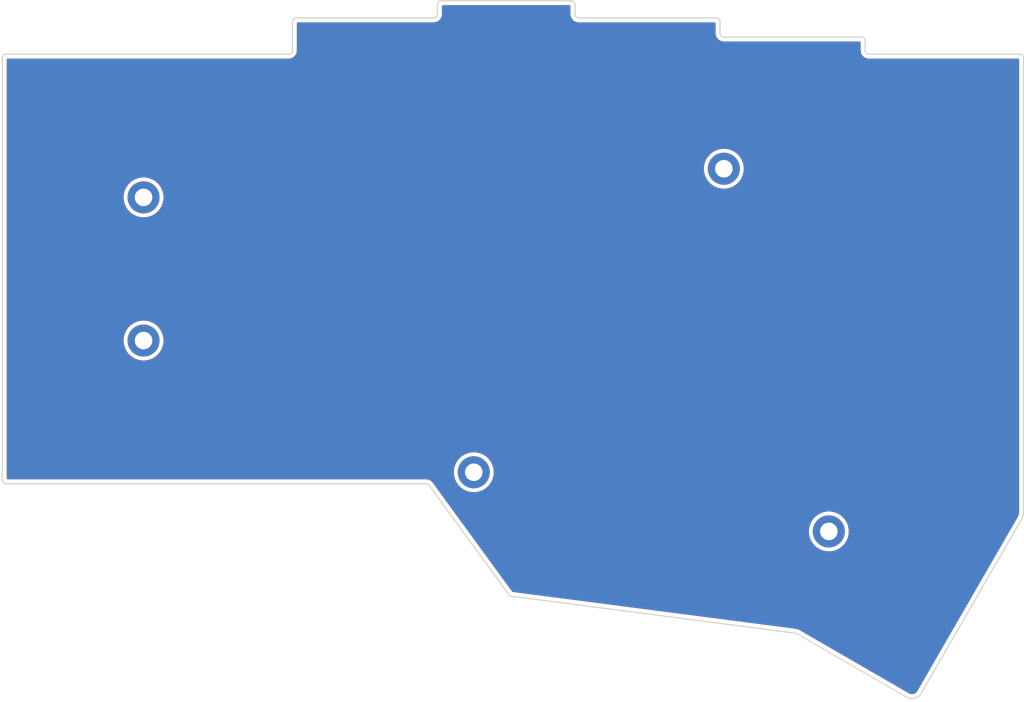
<source format=kicad_pcb>
(kicad_pcb (version 20171130) (host pcbnew "(5.1.5-0-10_14)")

  (general
    (thickness 1.6)
    (drawings 51)
    (tracks 0)
    (zones 0)
    (modules 7)
    (nets 1)
  )

  (page A4)
  (title_block
    (title "Corne Bottom Plate")
    (date 2018-11-15)
    (rev 2.1)
    (company foostan)
  )

  (layers
    (0 F.Cu signal)
    (31 B.Cu signal)
    (32 B.Adhes user)
    (33 F.Adhes user)
    (34 B.Paste user)
    (35 F.Paste user)
    (36 B.SilkS user)
    (37 F.SilkS user)
    (38 B.Mask user)
    (39 F.Mask user)
    (40 Dwgs.User user)
    (41 Cmts.User user)
    (42 Eco1.User user)
    (43 Eco2.User user)
    (44 Edge.Cuts user)
    (45 Margin user)
    (46 B.CrtYd user)
    (47 F.CrtYd user)
    (48 B.Fab user)
    (49 F.Fab user)
  )

  (setup
    (last_trace_width 0.25)
    (user_trace_width 0.2)
    (user_trace_width 0.5)
    (trace_clearance 0.2)
    (zone_clearance 0.508)
    (zone_45_only no)
    (trace_min 0.2)
    (via_size 0.6)
    (via_drill 0.4)
    (via_min_size 0.4)
    (via_min_drill 0.3)
    (uvia_size 0.3)
    (uvia_drill 0.1)
    (uvias_allowed no)
    (uvia_min_size 0.2)
    (uvia_min_drill 0.1)
    (edge_width 0.15)
    (segment_width 0.1)
    (pcb_text_width 0.3)
    (pcb_text_size 1.5 1.5)
    (mod_edge_width 0.15)
    (mod_text_size 1 1)
    (mod_text_width 0.15)
    (pad_size 4 4)
    (pad_drill 2.2)
    (pad_to_mask_clearance 0.2)
    (aux_axis_origin 194.75 68)
    (visible_elements FFFFFF7F)
    (pcbplotparams
      (layerselection 0x010f0_ffffffff)
      (usegerberextensions false)
      (usegerberattributes false)
      (usegerberadvancedattributes false)
      (creategerberjobfile false)
      (excludeedgelayer true)
      (linewidth 0.100000)
      (plotframeref false)
      (viasonmask false)
      (mode 1)
      (useauxorigin false)
      (hpglpennumber 1)
      (hpglpenspeed 20)
      (hpglpendiameter 15.000000)
      (psnegative false)
      (psa4output false)
      (plotreference true)
      (plotvalue true)
      (plotinvisibletext false)
      (padsonsilk false)
      (subtractmaskfromsilk false)
      (outputformat 1)
      (mirror false)
      (drillshape 0)
      (scaleselection 1)
      (outputdirectory "gerber/"))
  )

  (net 0 "")

  (net_class Default "これは標準のネット クラスです。"
    (clearance 0.2)
    (trace_width 0.25)
    (via_dia 0.6)
    (via_drill 0.4)
    (uvia_dia 0.3)
    (uvia_drill 0.1)
  )

  (module kbd:M2_Hole_TH (layer F.Cu) (tedit 5F7666C1) (tstamp 5AAA5A9F)
    (at 79.5 105.5)
    (fp_text reference "" (at 0 -3.2) (layer F.SilkS)
      (effects (font (size 1 1) (thickness 0.15)))
    )
    (fp_text value "" (at 0 3.2) (layer F.Fab)
      (effects (font (size 1 1) (thickness 0.15)))
    )
    (fp_text user %R (at 0.3 0) (layer F.Fab)
      (effects (font (size 1 1) (thickness 0.15)))
    )
    (pad "" thru_hole circle (at 0 0) (size 4.2 4.2) (drill 2.3) (layers *.Cu *.Mask))
  )

  (module kbd:M2_Hole_TH (layer F.Cu) (tedit 5F7666C1) (tstamp 5AAA5A7C)
    (at 79.5 86.75)
    (fp_text reference "" (at 0 -3.2) (layer F.SilkS)
      (effects (font (size 1 1) (thickness 0.15)))
    )
    (fp_text value "" (at 0 3.2) (layer F.Fab)
      (effects (font (size 1 1) (thickness 0.15)))
    )
    (fp_text user %R (at 0.3 0) (layer F.Fab)
      (effects (font (size 1 1) (thickness 0.15)))
    )
    (pad "" thru_hole circle (at 0 0) (size 4.2 4.2) (drill 2.3) (layers *.Cu *.Mask))
  )

  (module kbd:M2_Hole_TH (layer F.Cu) (tedit 5F7666C1) (tstamp 5AAA7C39)
    (at 155.5 83)
    (fp_text reference "" (at 0 -3.2) (layer F.SilkS)
      (effects (font (size 1 1) (thickness 0.15)))
    )
    (fp_text value "" (at 0 3.2) (layer F.Fab)
      (effects (font (size 1 1) (thickness 0.15)))
    )
    (fp_text user %R (at 0.3 0) (layer F.Fab)
      (effects (font (size 1 1) (thickness 0.15)))
    )
    (pad "" thru_hole circle (at 0 0) (size 4.2 4.2) (drill 2.3) (layers *.Cu *.Mask))
  )

  (module kbd:M2_Hole_TH (layer F.Cu) (tedit 5F7666C1) (tstamp 5AAA7C4A)
    (at 122.75 122.75)
    (fp_text reference "" (at 0 -3.2) (layer F.SilkS)
      (effects (font (size 1 1) (thickness 0.15)))
    )
    (fp_text value "" (at 0 3.2) (layer F.Fab)
      (effects (font (size 1 1) (thickness 0.15)))
    )
    (fp_text user %R (at 0.3 0) (layer F.Fab)
      (effects (font (size 1 1) (thickness 0.15)))
    )
    (pad "" thru_hole circle (at 0 0) (size 4.2 4.2) (drill 2.3) (layers *.Cu *.Mask))
  )

  (module kbd:M2_Hole_TH (layer F.Cu) (tedit 5F7666C1) (tstamp 5AAA7D53)
    (at 169.25 130.5)
    (fp_text reference "" (at 0 -3.2) (layer F.SilkS)
      (effects (font (size 1 1) (thickness 0.15)))
    )
    (fp_text value "" (at 0 3.2) (layer F.Fab)
      (effects (font (size 1 1) (thickness 0.15)))
    )
    (fp_text user %R (at 0.3 0) (layer F.Fab)
      (effects (font (size 1 1) (thickness 0.15)))
    )
    (pad "" thru_hole circle (at 0 0) (size 4.2 4.2) (drill 2.3) (layers *.Cu *.Mask))
  )

  (module kbd:corne-horizontal (layer B.Cu) (tedit 0) (tstamp 5F540657)
    (at 127.44 96.53 180)
    (fp_text reference G*** (at 0 0) (layer B.SilkS) hide
      (effects (font (size 1.524 1.524) (thickness 0.3)) (justify mirror))
    )
    (fp_text value LOGO (at 0.75 0) (layer B.SilkS) hide
      (effects (font (size 1.524 1.524) (thickness 0.3)) (justify mirror))
    )
    (fp_poly (pts (xy -21.766749 6.826171) (xy -21.505334 6.778321) (xy -20.942627 6.590711) (xy -20.353537 6.302414)
      (xy -19.808894 5.951396) (xy -19.518846 5.713644) (xy -19.104085 5.332853) (xy -19.345251 5.08113)
      (xy -19.586416 4.829408) (xy -19.9978 5.214209) (xy -20.299966 5.456872) (xy -20.671921 5.700831)
      (xy -20.978425 5.866015) (xy -21.290113 6.000713) (xy -21.567904 6.08574) (xy -21.876025 6.13507)
      (xy -22.2787 6.162674) (xy -22.35765 6.166068) (xy -22.780568 6.170049) (xy -23.204081 6.151956)
      (xy -23.556186 6.115526) (xy -23.649881 6.099) (xy -24.424146 5.855401) (xy -25.122584 5.467737)
      (xy -25.739509 4.94607) (xy -26.269231 4.300462) (xy -26.706062 3.540972) (xy -27.044314 2.677663)
      (xy -27.278297 1.720595) (xy -27.402324 0.679829) (xy -27.410705 -0.434574) (xy -27.405325 -0.543084)
      (xy -27.283699 -1.647329) (xy -27.046496 -2.656586) (xy -26.697751 -3.559972) (xy -26.241498 -4.346606)
      (xy -25.792169 -4.894608) (xy -25.165876 -5.452618) (xy -24.498168 -5.854445) (xy -23.762989 -6.112541)
      (xy -22.987 -6.235235) (xy -22.164009 -6.219865) (xy -21.359643 -6.040939) (xy -20.589949 -5.704214)
      (xy -19.870976 -5.215448) (xy -19.675326 -5.047061) (xy -19.158927 -4.579746) (xy -18.702595 -5.056054)
      (xy -19.29216 -5.601901) (xy -19.628129 -5.886941) (xy -19.998871 -6.161069) (xy -20.337554 -6.375788)
      (xy -20.418363 -6.419076) (xy -21.166303 -6.711543) (xy -21.9919 -6.884114) (xy -22.847951 -6.931277)
      (xy -23.687253 -6.847519) (xy -23.833667 -6.817946) (xy -24.688151 -6.547985) (xy -25.462413 -6.135328)
      (xy -26.150949 -5.589237) (xy -26.748257 -4.918972) (xy -27.248831 -4.133796) (xy -27.647169 -3.24297)
      (xy -27.937767 -2.255756) (xy -28.11512 -1.181414) (xy -28.173726 -0.029206) (xy -28.162058 0.465666)
      (xy -28.06523 1.568195) (xy -27.874969 2.548213) (xy -27.584834 3.428487) (xy -27.188385 4.231787)
      (xy -27.019446 4.50491) (xy -26.437847 5.250942) (xy -25.754625 5.870459) (xy -24.984006 6.35306)
      (xy -24.140214 6.688346) (xy -23.968334 6.735683) (xy -23.473553 6.824673) (xy -22.896085 6.870207)
      (xy -22.304344 6.871101) (xy -21.766749 6.826171)) (layer B.Mask) (width 0.01))
    (fp_poly (pts (xy -10.497518 6.818595) (xy -9.702452 6.626129) (xy -8.976484 6.293693) (xy -8.293634 5.810498)
      (xy -7.872394 5.422332) (xy -7.254283 4.689976) (xy -6.758684 3.853773) (xy -6.383152 2.907878)
      (xy -6.125245 1.846446) (xy -6.006397 0.958869) (xy -5.963605 -0.28938) (xy -6.068197 -1.497345)
      (xy -6.31719 -2.647104) (xy -6.707601 -3.720731) (xy -6.828108 -3.977494) (xy -7.228382 -4.655068)
      (xy -7.72851 -5.287014) (xy -8.294462 -5.837731) (xy -8.892206 -6.271617) (xy -9.162046 -6.419046)
      (xy -10.011328 -6.740555) (xy -10.908344 -6.906354) (xy -11.827795 -6.913507) (xy -12.530667 -6.810028)
      (xy -13.208788 -6.611287) (xy -13.819358 -6.313738) (xy -14.402775 -5.894151) (xy -14.86367 -5.468527)
      (xy -15.293837 -5.005006) (xy -15.622176 -4.571424) (xy -15.891993 -4.11048) (xy -15.896284 -4.102156)
      (xy -16.306506 -3.138928) (xy -16.602802 -2.081708) (xy -16.778775 -0.967317) (xy -16.81633 -0.102049)
      (xy -16.071889 -0.102049) (xy -16.054333 -0.524061) (xy -15.93183 -1.632136) (xy -15.711412 -2.612472)
      (xy -15.387771 -3.479097) (xy -14.955601 -4.246039) (xy -14.409594 -4.927324) (xy -14.374178 -4.964656)
      (xy -13.73432 -5.519128) (xy -13.028267 -5.919119) (xy -12.264785 -6.161982) (xy -11.452641 -6.245073)
      (xy -10.600601 -6.165746) (xy -10.475824 -6.140935) (xy -9.717712 -5.895733) (xy -9.023934 -5.500485)
      (xy -8.403959 -4.965345) (xy -7.867261 -4.300468) (xy -7.423309 -3.516007) (xy -7.081577 -2.622116)
      (xy -7.030954 -2.44786) (xy -6.858559 -1.643067) (xy -6.754178 -0.752999) (xy -6.72339 0.150213)
      (xy -6.767586 0.956576) (xy -6.945971 2.074697) (xy -7.226596 3.059012) (xy -7.610655 3.911594)
      (xy -8.09934 4.634517) (xy -8.693846 5.229854) (xy -9.395364 5.699678) (xy -9.54005 5.77453)
      (xy -9.862437 5.930187) (xy -10.114542 6.033481) (xy -10.349994 6.09696) (xy -10.622422 6.133171)
      (xy -10.985455 6.154661) (xy -11.201272 6.163194) (xy -11.908444 6.15678) (xy -12.508147 6.071769)
      (xy -13.048407 5.896607) (xy -13.577252 5.619741) (xy -13.650164 5.574086) (xy -14.268762 5.082534)
      (xy -14.807958 4.455429) (xy -15.260865 3.710237) (xy -15.620599 2.864426) (xy -15.880271 1.935463)
      (xy -16.032997 0.940816) (xy -16.071889 -0.102049) (xy -16.81633 -0.102049) (xy -16.828026 0.167427)
      (xy -16.780418 0.986206) (xy -16.613352 2.102484) (xy -16.353481 3.087775) (xy -15.994364 3.956745)
      (xy -15.529565 4.724057) (xy -14.952643 5.404378) (xy -14.758073 5.59247) (xy -14.049914 6.145469)
      (xy -13.285632 6.541797) (xy -12.454891 6.785408) (xy -11.547358 6.880256) (xy -11.387667 6.881878)
      (xy -10.497518 6.818595)) (layer B.Mask) (width 0.01))
    (fp_poly (pts (xy -0.381 6.641597) (xy 0.432122 6.637648) (xy 1.099157 6.627084) (xy 1.643317 6.606657)
      (xy 2.087813 6.57312) (xy 2.455859 6.523223) (xy 2.770665 6.45372) (xy 3.055445 6.361363)
      (xy 3.333411 6.242902) (xy 3.627774 6.095091) (xy 3.664815 6.075486) (xy 4.170631 5.740988)
      (xy 4.56632 5.320461) (xy 4.887924 4.775152) (xy 4.902105 4.745197) (xy 4.995751 4.530893)
      (xy 5.058462 4.333726) (xy 5.096331 4.111414) (xy 5.115454 3.82168) (xy 5.121923 3.422245)
      (xy 5.122333 3.217333) (xy 5.11941 2.762174) (xy 5.106463 2.43372) (xy 5.077228 2.189383)
      (xy 5.02544 1.986578) (xy 4.944834 1.782716) (xy 4.895421 1.67487) (xy 4.51035 1.047408)
      (xy 3.998655 0.519151) (xy 3.380616 0.105084) (xy 2.676512 -0.179805) (xy 2.253905 -0.277039)
      (xy 1.945799 -0.338586) (xy 1.780002 -0.397837) (xy 1.730041 -0.466135) (xy 1.736615 -0.498669)
      (xy 1.789142 -0.596486) (xy 1.919096 -0.82361) (xy 2.117052 -1.163985) (xy 2.373587 -1.601557)
      (xy 2.679276 -2.120268) (xy 3.024694 -2.704063) (xy 3.400416 -3.336887) (xy 3.559256 -3.603802)
      (xy 3.942406 -4.248458) (xy 4.297148 -4.847699) (xy 4.614381 -5.385976) (xy 4.885005 -5.847738)
      (xy 5.09992 -6.217435) (xy 5.250026 -6.479518) (xy 5.326224 -6.618438) (xy 5.334 -6.636391)
      (xy 5.258046 -6.666389) (xy 5.064825 -6.683996) (xy 4.931833 -6.686104) (xy 4.529666 -6.68354)
      (xy 2.667 -3.556) (xy 0.804333 -0.42846) (xy -2.116667 -0.423334) (xy -2.116667 -6.688667)
      (xy -2.879693 -6.688667) (xy -2.858013 -0.021167) (xy -2.838399 6.011333) (xy -2.116667 6.011333)
      (xy -2.116667 0.146084) (xy -0.232834 0.19256) (xy 0.529155 0.216323) (xy 1.137493 0.246759)
      (xy 1.607775 0.285051) (xy 1.955596 0.332385) (xy 2.139255 0.372812) (xy 2.83722 0.620726)
      (xy 3.395788 0.948936) (xy 3.830492 1.369395) (xy 4.156862 1.894054) (xy 4.179737 1.943032)
      (xy 4.299428 2.337315) (xy 4.362381 2.831726) (xy 4.368939 3.366973) (xy 4.319443 3.883761)
      (xy 4.214236 4.322797) (xy 4.165293 4.445) (xy 3.94745 4.842118) (xy 3.682599 5.170521)
      (xy 3.35485 5.435727) (xy 2.948311 5.643254) (xy 2.44709 5.79862) (xy 1.835295 5.90734)
      (xy 1.097035 5.974934) (xy 0.216418 6.006919) (xy -0.346115 6.011333) (xy -2.116667 6.011333)
      (xy -2.838399 6.011333) (xy -2.836334 6.646333) (xy -0.381 6.641597)) (layer B.Mask) (width 0.01))
    (fp_poly (pts (xy 11.585908 1.926166) (xy 12.108514 1.060961) (xy 12.626651 0.201844) (xy 13.130052 -0.634076)
      (xy 13.608449 -1.429695) (xy 14.051575 -2.167905) (xy 14.449163 -2.8316) (xy 14.790944 -3.403674)
      (xy 15.066652 -3.867021) (xy 15.266019 -4.204533) (xy 15.282901 -4.233334) (xy 15.537891 -4.668312)
      (xy 15.761911 -5.049531) (xy 15.941586 -5.354303) (xy 16.063538 -5.559942) (xy 16.11439 -5.64376)
      (xy 16.11496 -5.644498) (xy 16.116897 -5.564393) (xy 16.118057 -5.32819) (xy 16.118466 -4.949123)
      (xy 16.118149 -4.440425) (xy 16.117134 -3.815331) (xy 16.115446 -3.087073) (xy 16.113112 -2.268885)
      (xy 16.110157 -1.374002) (xy 16.106607 -0.415656) (xy 16.10282 0.515002) (xy 16.076641 6.688666)
      (xy 16.764 6.688666) (xy 16.764 -6.688667) (xy 16.361833 -6.685026) (xy 15.959666 -6.681386)
      (xy 13.462 -2.525977) (xy 12.958434 -1.687477) (xy 12.445718 -0.832423) (xy 11.937017 0.017144)
      (xy 11.445495 0.839185) (xy 10.984317 1.611661) (xy 10.566649 2.312531) (xy 10.205656 2.919755)
      (xy 9.914502 3.411295) (xy 9.835487 3.545216) (xy 9.530874 4.060837) (xy 9.253115 4.528448)
      (xy 9.014142 4.928164) (xy 8.825888 5.240102) (xy 8.700287 5.444378) (xy 8.650154 5.520316)
      (xy 8.641266 5.447728) (xy 8.633475 5.218954) (xy 8.626851 4.847142) (xy 8.621462 4.345436)
      (xy 8.617376 3.726983) (xy 8.614662 3.004927) (xy 8.613389 2.192414) (xy 8.613624 1.30259)
      (xy 8.615438 0.348601) (xy 8.618477 -0.554517) (xy 8.643288 -6.688667) (xy 7.958666 -6.688667)
      (xy 7.958666 6.688666) (xy 8.706935 6.688666) (xy 11.585908 1.926166)) (layer B.Mask) (width 0.01))
    (fp_poly (pts (xy 27.94 6.011333) (xy 21.420666 6.011333) (xy 21.420666 0.762) (xy 26.934221 0.762)
      (xy 26.907944 0.4445) (xy 26.881666 0.127) (xy 24.151166 0.10466) (xy 21.420666 0.082321)
      (xy 21.420666 -6.011334) (xy 28.109333 -6.011334) (xy 28.109333 -6.688667) (xy 20.743333 -6.688667)
      (xy 20.743333 6.688666) (xy 27.94 6.688666) (xy 27.94 6.011333)) (layer B.Mask) (width 0.01))
  )

  (module kbd:corne-horizontal (layer F.Cu) (tedit 0) (tstamp 5F54064E)
    (at 127.52 96.53)
    (fp_text reference G*** (at 0 0) (layer F.SilkS) hide
      (effects (font (size 1.524 1.524) (thickness 0.3)))
    )
    (fp_text value LOGO (at 0.75 0) (layer F.SilkS) hide
      (effects (font (size 1.524 1.524) (thickness 0.3)))
    )
    (fp_poly (pts (xy 27.94 -6.011333) (xy 21.420666 -6.011333) (xy 21.420666 -0.762) (xy 26.934221 -0.762)
      (xy 26.907944 -0.4445) (xy 26.881666 -0.127) (xy 24.151166 -0.10466) (xy 21.420666 -0.082321)
      (xy 21.420666 6.011334) (xy 28.109333 6.011334) (xy 28.109333 6.688667) (xy 20.743333 6.688667)
      (xy 20.743333 -6.688666) (xy 27.94 -6.688666) (xy 27.94 -6.011333)) (layer F.Mask) (width 0.01))
    (fp_poly (pts (xy 11.585908 -1.926166) (xy 12.108514 -1.060961) (xy 12.626651 -0.201844) (xy 13.130052 0.634076)
      (xy 13.608449 1.429695) (xy 14.051575 2.167905) (xy 14.449163 2.8316) (xy 14.790944 3.403674)
      (xy 15.066652 3.867021) (xy 15.266019 4.204533) (xy 15.282901 4.233334) (xy 15.537891 4.668312)
      (xy 15.761911 5.049531) (xy 15.941586 5.354303) (xy 16.063538 5.559942) (xy 16.11439 5.64376)
      (xy 16.11496 5.644498) (xy 16.116897 5.564393) (xy 16.118057 5.32819) (xy 16.118466 4.949123)
      (xy 16.118149 4.440425) (xy 16.117134 3.815331) (xy 16.115446 3.087073) (xy 16.113112 2.268885)
      (xy 16.110157 1.374002) (xy 16.106607 0.415656) (xy 16.10282 -0.515002) (xy 16.076641 -6.688666)
      (xy 16.764 -6.688666) (xy 16.764 6.688667) (xy 16.361833 6.685026) (xy 15.959666 6.681386)
      (xy 13.462 2.525977) (xy 12.958434 1.687477) (xy 12.445718 0.832423) (xy 11.937017 -0.017144)
      (xy 11.445495 -0.839185) (xy 10.984317 -1.611661) (xy 10.566649 -2.312531) (xy 10.205656 -2.919755)
      (xy 9.914502 -3.411295) (xy 9.835487 -3.545216) (xy 9.530874 -4.060837) (xy 9.253115 -4.528448)
      (xy 9.014142 -4.928164) (xy 8.825888 -5.240102) (xy 8.700287 -5.444378) (xy 8.650154 -5.520316)
      (xy 8.641266 -5.447728) (xy 8.633475 -5.218954) (xy 8.626851 -4.847142) (xy 8.621462 -4.345436)
      (xy 8.617376 -3.726983) (xy 8.614662 -3.004927) (xy 8.613389 -2.192414) (xy 8.613624 -1.30259)
      (xy 8.615438 -0.348601) (xy 8.618477 0.554517) (xy 8.643288 6.688667) (xy 7.958666 6.688667)
      (xy 7.958666 -6.688666) (xy 8.706935 -6.688666) (xy 11.585908 -1.926166)) (layer F.Mask) (width 0.01))
    (fp_poly (pts (xy -0.381 -6.641597) (xy 0.432122 -6.637648) (xy 1.099157 -6.627084) (xy 1.643317 -6.606657)
      (xy 2.087813 -6.57312) (xy 2.455859 -6.523223) (xy 2.770665 -6.45372) (xy 3.055445 -6.361363)
      (xy 3.333411 -6.242902) (xy 3.627774 -6.095091) (xy 3.664815 -6.075486) (xy 4.170631 -5.740988)
      (xy 4.56632 -5.320461) (xy 4.887924 -4.775152) (xy 4.902105 -4.745197) (xy 4.995751 -4.530893)
      (xy 5.058462 -4.333726) (xy 5.096331 -4.111414) (xy 5.115454 -3.82168) (xy 5.121923 -3.422245)
      (xy 5.122333 -3.217333) (xy 5.11941 -2.762174) (xy 5.106463 -2.43372) (xy 5.077228 -2.189383)
      (xy 5.02544 -1.986578) (xy 4.944834 -1.782716) (xy 4.895421 -1.67487) (xy 4.51035 -1.047408)
      (xy 3.998655 -0.519151) (xy 3.380616 -0.105084) (xy 2.676512 0.179805) (xy 2.253905 0.277039)
      (xy 1.945799 0.338586) (xy 1.780002 0.397837) (xy 1.730041 0.466135) (xy 1.736615 0.498669)
      (xy 1.789142 0.596486) (xy 1.919096 0.82361) (xy 2.117052 1.163985) (xy 2.373587 1.601557)
      (xy 2.679276 2.120268) (xy 3.024694 2.704063) (xy 3.400416 3.336887) (xy 3.559256 3.603802)
      (xy 3.942406 4.248458) (xy 4.297148 4.847699) (xy 4.614381 5.385976) (xy 4.885005 5.847738)
      (xy 5.09992 6.217435) (xy 5.250026 6.479518) (xy 5.326224 6.618438) (xy 5.334 6.636391)
      (xy 5.258046 6.666389) (xy 5.064825 6.683996) (xy 4.931833 6.686104) (xy 4.529666 6.68354)
      (xy 2.667 3.556) (xy 0.804333 0.42846) (xy -2.116667 0.423334) (xy -2.116667 6.688667)
      (xy -2.879693 6.688667) (xy -2.858013 0.021167) (xy -2.838399 -6.011333) (xy -2.116667 -6.011333)
      (xy -2.116667 -0.146084) (xy -0.232834 -0.19256) (xy 0.529155 -0.216323) (xy 1.137493 -0.246759)
      (xy 1.607775 -0.285051) (xy 1.955596 -0.332385) (xy 2.139255 -0.372812) (xy 2.83722 -0.620726)
      (xy 3.395788 -0.948936) (xy 3.830492 -1.369395) (xy 4.156862 -1.894054) (xy 4.179737 -1.943032)
      (xy 4.299428 -2.337315) (xy 4.362381 -2.831726) (xy 4.368939 -3.366973) (xy 4.319443 -3.883761)
      (xy 4.214236 -4.322797) (xy 4.165293 -4.445) (xy 3.94745 -4.842118) (xy 3.682599 -5.170521)
      (xy 3.35485 -5.435727) (xy 2.948311 -5.643254) (xy 2.44709 -5.79862) (xy 1.835295 -5.90734)
      (xy 1.097035 -5.974934) (xy 0.216418 -6.006919) (xy -0.346115 -6.011333) (xy -2.116667 -6.011333)
      (xy -2.838399 -6.011333) (xy -2.836334 -6.646333) (xy -0.381 -6.641597)) (layer F.Mask) (width 0.01))
    (fp_poly (pts (xy -10.497518 -6.818595) (xy -9.702452 -6.626129) (xy -8.976484 -6.293693) (xy -8.293634 -5.810498)
      (xy -7.872394 -5.422332) (xy -7.254283 -4.689976) (xy -6.758684 -3.853773) (xy -6.383152 -2.907878)
      (xy -6.125245 -1.846446) (xy -6.006397 -0.958869) (xy -5.963605 0.28938) (xy -6.068197 1.497345)
      (xy -6.31719 2.647104) (xy -6.707601 3.720731) (xy -6.828108 3.977494) (xy -7.228382 4.655068)
      (xy -7.72851 5.287014) (xy -8.294462 5.837731) (xy -8.892206 6.271617) (xy -9.162046 6.419046)
      (xy -10.011328 6.740555) (xy -10.908344 6.906354) (xy -11.827795 6.913507) (xy -12.530667 6.810028)
      (xy -13.208788 6.611287) (xy -13.819358 6.313738) (xy -14.402775 5.894151) (xy -14.86367 5.468527)
      (xy -15.293837 5.005006) (xy -15.622176 4.571424) (xy -15.891993 4.11048) (xy -15.896284 4.102156)
      (xy -16.306506 3.138928) (xy -16.602802 2.081708) (xy -16.778775 0.967317) (xy -16.81633 0.102049)
      (xy -16.071889 0.102049) (xy -16.054333 0.524061) (xy -15.93183 1.632136) (xy -15.711412 2.612472)
      (xy -15.387771 3.479097) (xy -14.955601 4.246039) (xy -14.409594 4.927324) (xy -14.374178 4.964656)
      (xy -13.73432 5.519128) (xy -13.028267 5.919119) (xy -12.264785 6.161982) (xy -11.452641 6.245073)
      (xy -10.600601 6.165746) (xy -10.475824 6.140935) (xy -9.717712 5.895733) (xy -9.023934 5.500485)
      (xy -8.403959 4.965345) (xy -7.867261 4.300468) (xy -7.423309 3.516007) (xy -7.081577 2.622116)
      (xy -7.030954 2.44786) (xy -6.858559 1.643067) (xy -6.754178 0.752999) (xy -6.72339 -0.150213)
      (xy -6.767586 -0.956576) (xy -6.945971 -2.074697) (xy -7.226596 -3.059012) (xy -7.610655 -3.911594)
      (xy -8.09934 -4.634517) (xy -8.693846 -5.229854) (xy -9.395364 -5.699678) (xy -9.54005 -5.77453)
      (xy -9.862437 -5.930187) (xy -10.114542 -6.033481) (xy -10.349994 -6.09696) (xy -10.622422 -6.133171)
      (xy -10.985455 -6.154661) (xy -11.201272 -6.163194) (xy -11.908444 -6.15678) (xy -12.508147 -6.071769)
      (xy -13.048407 -5.896607) (xy -13.577252 -5.619741) (xy -13.650164 -5.574086) (xy -14.268762 -5.082534)
      (xy -14.807958 -4.455429) (xy -15.260865 -3.710237) (xy -15.620599 -2.864426) (xy -15.880271 -1.935463)
      (xy -16.032997 -0.940816) (xy -16.071889 0.102049) (xy -16.81633 0.102049) (xy -16.828026 -0.167427)
      (xy -16.780418 -0.986206) (xy -16.613352 -2.102484) (xy -16.353481 -3.087775) (xy -15.994364 -3.956745)
      (xy -15.529565 -4.724057) (xy -14.952643 -5.404378) (xy -14.758073 -5.59247) (xy -14.049914 -6.145469)
      (xy -13.285632 -6.541797) (xy -12.454891 -6.785408) (xy -11.547358 -6.880256) (xy -11.387667 -6.881878)
      (xy -10.497518 -6.818595)) (layer F.Mask) (width 0.01))
    (fp_poly (pts (xy -21.766749 -6.826171) (xy -21.505334 -6.778321) (xy -20.942627 -6.590711) (xy -20.353537 -6.302414)
      (xy -19.808894 -5.951396) (xy -19.518846 -5.713644) (xy -19.104085 -5.332853) (xy -19.345251 -5.08113)
      (xy -19.586416 -4.829408) (xy -19.9978 -5.214209) (xy -20.299966 -5.456872) (xy -20.671921 -5.700831)
      (xy -20.978425 -5.866015) (xy -21.290113 -6.000713) (xy -21.567904 -6.08574) (xy -21.876025 -6.13507)
      (xy -22.2787 -6.162674) (xy -22.35765 -6.166068) (xy -22.780568 -6.170049) (xy -23.204081 -6.151956)
      (xy -23.556186 -6.115526) (xy -23.649881 -6.099) (xy -24.424146 -5.855401) (xy -25.122584 -5.467737)
      (xy -25.739509 -4.94607) (xy -26.269231 -4.300462) (xy -26.706062 -3.540972) (xy -27.044314 -2.677663)
      (xy -27.278297 -1.720595) (xy -27.402324 -0.679829) (xy -27.410705 0.434574) (xy -27.405325 0.543084)
      (xy -27.283699 1.647329) (xy -27.046496 2.656586) (xy -26.697751 3.559972) (xy -26.241498 4.346606)
      (xy -25.792169 4.894608) (xy -25.165876 5.452618) (xy -24.498168 5.854445) (xy -23.762989 6.112541)
      (xy -22.987 6.235235) (xy -22.164009 6.219865) (xy -21.359643 6.040939) (xy -20.589949 5.704214)
      (xy -19.870976 5.215448) (xy -19.675326 5.047061) (xy -19.158927 4.579746) (xy -18.702595 5.056054)
      (xy -19.29216 5.601901) (xy -19.628129 5.886941) (xy -19.998871 6.161069) (xy -20.337554 6.375788)
      (xy -20.418363 6.419076) (xy -21.166303 6.711543) (xy -21.9919 6.884114) (xy -22.847951 6.931277)
      (xy -23.687253 6.847519) (xy -23.833667 6.817946) (xy -24.688151 6.547985) (xy -25.462413 6.135328)
      (xy -26.150949 5.589237) (xy -26.748257 4.918972) (xy -27.248831 4.133796) (xy -27.647169 3.24297)
      (xy -27.937767 2.255756) (xy -28.11512 1.181414) (xy -28.173726 0.029206) (xy -28.162058 -0.465666)
      (xy -28.06523 -1.568195) (xy -27.874969 -2.548213) (xy -27.584834 -3.428487) (xy -27.188385 -4.231787)
      (xy -27.019446 -4.50491) (xy -26.437847 -5.250942) (xy -25.754625 -5.870459) (xy -24.984006 -6.35306)
      (xy -24.140214 -6.688346) (xy -23.968334 -6.735683) (xy -23.473553 -6.824673) (xy -22.896085 -6.870207)
      (xy -22.304344 -6.871101) (xy -21.766749 -6.826171)) (layer F.Mask) (width 0.01))
  )

  (gr_line (start 169.25 128.05) (end 169.25 132.950063) (layer F.Fab) (width 0.1) (tstamp 5B88C1AA))
  (gr_line (start 166.8 130.5) (end 171.7 130.5) (layer F.Fab) (width 0.1) (tstamp 5B88C1A9))
  (gr_line (start 122.75 120.3) (end 122.75 125.200063) (layer F.Fab) (width 0.1) (tstamp 5B88C1A6))
  (gr_line (start 120.3 122.75) (end 125.2 122.75) (layer F.Fab) (width 0.1) (tstamp 5B88C1A5))
  (gr_line (start 79.5 103.05) (end 79.5 107.950063) (layer F.Fab) (width 0.1) (tstamp 5B88C19E))
  (gr_line (start 77.05 105.5) (end 81.95 105.5) (layer F.Fab) (width 0.1) (tstamp 5B88C19D))
  (gr_line (start 79.5 84.3) (end 79.5 89.200063) (layer F.Fab) (width 0.1) (tstamp 5B88C19A))
  (gr_line (start 77.05 86.75) (end 81.95 86.75) (layer F.Fab) (width 0.1) (tstamp 5B88C199))
  (gr_line (start 153.05 83) (end 157.95 83) (layer F.Fab) (width 0.1))
  (gr_line (start 155.5 80.55) (end 155.5 85.450063) (layer F.Fab) (width 0.1))
  (gr_arc (start 193.047765 127.997697) (end 194.522764 128.847696) (angle -30.71750663) (layer Edge.Cuts) (width 0.15))
  (gr_arc (start 180.14425 151.010957) (end 179.369251 152.160956) (angle -90.22347501) (layer Edge.Cuts) (width 0.15))
  (gr_arc (start 164.087404 147.16844) (end 165.075 143.9) (angle -11.21335546) (layer Edge.Cuts) (width 0.15))
  (gr_line (start 181.297263 151.781465) (end 194.525 128.85) (layer Edge.Cuts) (width 0.15))
  (gr_line (start 165.075 143.9) (end 179.369251 152.160956) (layer Edge.Cuts) (width 0.15))
  (gr_line (start 127.75 139) (end 164.420556 143.770344) (layer Edge.Cuts) (width 0.15))
  (gr_arc (start 127.75 138.5) (end 127.75 139) (angle 45) (layer Edge.Cuts) (width 0.15))
  (gr_line (start 116.853553 124.396447) (end 127.396447 138.853553) (angle 90) (layer Edge.Cuts) (width 0.15))
  (gr_line (start 169.26 130.5) (end 169.25 130.5) (angle 90) (layer Eco2.User) (width 2.5) (tstamp 5AAFF2CD))
  (gr_line (start 122.76 122.75) (end 122.75 122.75) (angle 90) (layer Eco2.User) (width 2.5) (tstamp 5AAFF292))
  (gr_line (start 155.51 83) (end 155.5 83) (angle 90) (layer Eco2.User) (width 2.5) (tstamp 5AAFF245))
  (gr_line (start 79.5 105.5) (end 79.51 105.5) (angle 90) (layer Eco2.User) (width 2.5) (tstamp 5AAFF0EB))
  (gr_line (start 79.5 86.75) (end 79.51 86.75) (angle 90) (layer Eco2.User) (width 2.5))
  (gr_line (start 174 66.25) (end 174 67.5) (angle 90) (layer Edge.Cuts) (width 0.15))
  (gr_arc (start 173.5 66.25) (end 173.5 65.75) (angle 90) (layer Edge.Cuts) (width 0.15))
  (gr_arc (start 174.5 67.5) (end 174.5 68) (angle 90) (layer Edge.Cuts) (width 0.15))
  (gr_line (start 194.25 68) (end 174.5 68) (angle 90) (layer Edge.Cuts) (width 0.15))
  (gr_arc (start 116.5 124.75) (end 116.5 124.25) (angle 45) (layer Edge.Cuts) (width 0.15))
  (gr_arc (start 61.5 123.75) (end 61.5 124.25) (angle 90) (layer Edge.Cuts) (width 0.15) (tstamp 5B896E1E))
  (gr_arc (start 61.5 68.5) (end 61 68.5) (angle 90) (layer Edge.Cuts) (width 0.15))
  (gr_arc (start 98.5 67.5) (end 99 67.5) (angle 90) (layer Edge.Cuts) (width 0.15))
  (gr_arc (start 99.5 63.75) (end 99 63.75) (angle 90) (layer Edge.Cuts) (width 0.15))
  (gr_arc (start 117.5 62.75) (end 118 62.75) (angle 90) (layer Edge.Cuts) (width 0.15))
  (gr_arc (start 118.5 61.5) (end 118 61.5) (angle 90) (layer Edge.Cuts) (width 0.15))
  (gr_arc (start 135.5 61.5) (end 135.5 61) (angle 90) (layer Edge.Cuts) (width 0.15))
  (gr_arc (start 136.5 62.75) (end 136.5 63.25) (angle 90) (layer Edge.Cuts) (width 0.15))
  (gr_arc (start 154.5 63.75) (end 154.5 63.25) (angle 90) (layer Edge.Cuts) (width 0.15))
  (gr_arc (start 155.5 65.25) (end 155.5 65.75) (angle 90) (layer Edge.Cuts) (width 0.15))
  (gr_arc (start 194.25 68.5) (end 194.25 68) (angle 90) (layer Edge.Cuts) (width 0.15))
  (gr_line (start 194.75 68.5) (end 194.75 127.975) (angle 90) (layer Edge.Cuts) (width 0.15))
  (gr_line (start 116.5 124.25) (end 61.499995 124.25) (angle 90) (layer Edge.Cuts) (width 0.15))
  (gr_line (start 61 68.5) (end 61 123.75) (angle 90) (layer Edge.Cuts) (width 0.15))
  (gr_line (start 98.5 68) (end 61.5 68) (angle 90) (layer Edge.Cuts) (width 0.15))
  (gr_line (start 99 63.75) (end 99 67.5) (angle 90) (layer Edge.Cuts) (width 0.15))
  (gr_line (start 117.5 63.25) (end 99.5 63.25) (angle 90) (layer Edge.Cuts) (width 0.15))
  (gr_line (start 118 61.5) (end 118 62.75) (angle 90) (layer Edge.Cuts) (width 0.15))
  (gr_line (start 135.5 61) (end 118.5 61) (angle 90) (layer Edge.Cuts) (width 0.15))
  (gr_line (start 136 62.75) (end 136 61.5) (angle 90) (layer Edge.Cuts) (width 0.15))
  (gr_line (start 154.5 63.25) (end 136.5 63.25) (angle 90) (layer Edge.Cuts) (width 0.15))
  (gr_line (start 155 65.25) (end 155 63.75) (angle 90) (layer Edge.Cuts) (width 0.15))
  (gr_line (start 173.5 65.75) (end 155.5 65.75) (angle 90) (layer Edge.Cuts) (width 0.15))

  (zone (net 0) (net_name "") (layer F.Cu) (tstamp 5F37FC3D) (hatch edge 0.508)
    (connect_pads (clearance 0.508))
    (min_thickness 0.254)
    (fill yes (arc_segments 16) (thermal_gap 0.508) (thermal_bridge_width 0.508))
    (polygon
      (pts
        (xy 194.7 67.9) (xy 174 67.9) (xy 174 65.7) (xy 155 65.7) (xy 155 63.2)
        (xy 136 63.2) (xy 136 60.9) (xy 118 60.9) (xy 118 63.2) (xy 98.8 63.2)
        (xy 98.9 67.9) (xy 60.7 68) (xy 60.9 124.7) (xy 116.6 124.2) (xy 127.4 139.1)
        (xy 165.05 143.9) (xy 180.75 152.775) (xy 194.8 128.1) (xy 194.8 67.9)
      )
    )
    (filled_polygon
      (pts
        (xy 135.29 62.784876) (xy 135.292955 62.814876) (xy 135.292934 62.817839) (xy 135.293901 62.827705) (xy 135.298941 62.87566)
        (xy 135.300273 62.889183) (xy 135.30041 62.889634) (xy 135.304101 62.924754) (xy 135.317045 62.987811) (xy 135.329099 63.051001)
        (xy 135.331964 63.060491) (xy 135.36082 63.15371) (xy 135.385752 63.213021) (xy 135.409865 63.272702) (xy 135.414519 63.281454)
        (xy 135.460932 63.367292) (xy 135.496898 63.420612) (xy 135.532152 63.474486) (xy 135.538417 63.482168) (xy 135.600619 63.557357)
        (xy 135.646269 63.602689) (xy 135.691299 63.648673) (xy 135.698938 63.654992) (xy 135.774559 63.716668) (xy 135.828147 63.752272)
        (xy 135.881262 63.788641) (xy 135.889983 63.793356) (xy 135.976144 63.839168) (xy 136.035612 63.863679) (xy 136.09478 63.889038)
        (xy 136.104249 63.891969) (xy 136.197667 63.920174) (xy 136.260787 63.932672) (xy 136.323743 63.946054) (xy 136.333602 63.94709)
        (xy 136.430719 63.956612) (xy 136.430723 63.956612) (xy 136.465123 63.96) (xy 154.290001 63.96) (xy 154.29 65.284876)
        (xy 154.292955 65.314876) (xy 154.292934 65.317839) (xy 154.293901 65.327705) (xy 154.298941 65.37566) (xy 154.300273 65.389183)
        (xy 154.30041 65.389634) (xy 154.304101 65.424754) (xy 154.317045 65.487811) (xy 154.329099 65.551001) (xy 154.331964 65.560491)
        (xy 154.36082 65.65371) (xy 154.385752 65.713021) (xy 154.409865 65.772702) (xy 154.414519 65.781454) (xy 154.460932 65.867292)
        (xy 154.496898 65.920612) (xy 154.532152 65.974486) (xy 154.538417 65.982168) (xy 154.600619 66.057357) (xy 154.646269 66.102689)
        (xy 154.691299 66.148673) (xy 154.698938 66.154992) (xy 154.774559 66.216668) (xy 154.828147 66.252272) (xy 154.881262 66.288641)
        (xy 154.889983 66.293356) (xy 154.976144 66.339168) (xy 155.035612 66.363679) (xy 155.09478 66.389038) (xy 155.104249 66.391969)
        (xy 155.197667 66.420174) (xy 155.260787 66.432672) (xy 155.323743 66.446054) (xy 155.333602 66.44709) (xy 155.430719 66.456612)
        (xy 155.430723 66.456612) (xy 155.465123 66.46) (xy 173.29 66.46) (xy 173.290001 67.534877) (xy 173.292955 67.564868)
        (xy 173.292934 67.567839) (xy 173.293901 67.577705) (xy 173.298955 67.625796) (xy 173.300274 67.639184) (xy 173.300409 67.639631)
        (xy 173.304101 67.674754) (xy 173.317045 67.737811) (xy 173.329099 67.801001) (xy 173.331964 67.810491) (xy 173.36082 67.90371)
        (xy 173.385752 67.963021) (xy 173.409865 68.022702) (xy 173.414519 68.031454) (xy 173.460932 68.117292) (xy 173.496898 68.170612)
        (xy 173.532152 68.224486) (xy 173.538417 68.232168) (xy 173.600619 68.307357) (xy 173.646269 68.352689) (xy 173.691299 68.398673)
        (xy 173.698938 68.404992) (xy 173.774559 68.466668) (xy 173.828147 68.502272) (xy 173.881262 68.538641) (xy 173.889983 68.543356)
        (xy 173.976144 68.589168) (xy 174.035612 68.613679) (xy 174.09478 68.639038) (xy 174.104249 68.641969) (xy 174.197667 68.670174)
        (xy 174.260787 68.682672) (xy 174.323743 68.696054) (xy 174.333602 68.69709) (xy 174.430719 68.706612) (xy 174.430723 68.706612)
        (xy 174.465123 68.71) (xy 194.04 68.71) (xy 194.040001 127.945012) (xy 194.020387 128.176837) (xy 193.96458 128.371)
        (xy 193.88351 128.53874) (xy 193.88108 128.545347) (xy 180.71134 151.376271) (xy 180.620779 151.486705) (xy 180.519299 151.570201)
        (xy 180.403527 151.6324) (xy 180.277885 151.670925) (xy 180.14715 151.684313) (xy 180.016312 151.672053) (xy 179.890338 151.634611)
        (xy 179.74629 151.558814) (xy 165.400066 143.267823) (xy 165.304615 143.224525) (xy 165.168424 143.192709) (xy 165.156734 143.192321)
        (xy 164.569638 143.076079) (xy 164.546731 143.070775) (xy 127.871366 138.299807) (xy 121.986889 130.230626) (xy 166.515 130.230626)
        (xy 166.515 130.769374) (xy 166.620105 131.29777) (xy 166.826275 131.795508) (xy 167.125587 132.243461) (xy 167.506539 132.624413)
        (xy 167.954492 132.923725) (xy 168.45223 133.129895) (xy 168.980626 133.235) (xy 169.519374 133.235) (xy 170.04777 133.129895)
        (xy 170.545508 132.923725) (xy 170.993461 132.624413) (xy 171.374413 132.243461) (xy 171.673725 131.795508) (xy 171.879895 131.29777)
        (xy 171.985 130.769374) (xy 171.985 130.230626) (xy 171.879895 129.70223) (xy 171.673725 129.204492) (xy 171.374413 128.756539)
        (xy 170.993461 128.375587) (xy 170.545508 128.076275) (xy 170.04777 127.870105) (xy 169.519374 127.765) (xy 168.980626 127.765)
        (xy 168.45223 127.870105) (xy 167.954492 128.076275) (xy 167.506539 128.375587) (xy 167.125587 128.756539) (xy 166.826275 129.204492)
        (xy 166.620105 129.70223) (xy 166.515 130.230626) (xy 121.986889 130.230626) (xy 117.406664 123.949923) (xy 117.336904 123.871699)
        (xy 117.295505 123.840476) (xy 117.225441 123.783332) (xy 117.171853 123.747728) (xy 117.118738 123.711359) (xy 117.110017 123.706644)
        (xy 117.023856 123.660832) (xy 116.964388 123.636321) (xy 116.90522 123.610962) (xy 116.895751 123.608031) (xy 116.802333 123.579826)
        (xy 116.739213 123.567328) (xy 116.676257 123.553946) (xy 116.666398 123.55291) (xy 116.569281 123.543388) (xy 116.569277 123.543388)
        (xy 116.534877 123.54) (xy 61.71 123.54) (xy 61.71 122.480626) (xy 120.015 122.480626) (xy 120.015 123.019374)
        (xy 120.120105 123.54777) (xy 120.326275 124.045508) (xy 120.625587 124.493461) (xy 121.006539 124.874413) (xy 121.454492 125.173725)
        (xy 121.95223 125.379895) (xy 122.480626 125.485) (xy 123.019374 125.485) (xy 123.54777 125.379895) (xy 124.045508 125.173725)
        (xy 124.493461 124.874413) (xy 124.874413 124.493461) (xy 125.173725 124.045508) (xy 125.379895 123.54777) (xy 125.485 123.019374)
        (xy 125.485 122.480626) (xy 125.379895 121.95223) (xy 125.173725 121.454492) (xy 124.874413 121.006539) (xy 124.493461 120.625587)
        (xy 124.045508 120.326275) (xy 123.54777 120.120105) (xy 123.019374 120.015) (xy 122.480626 120.015) (xy 121.95223 120.120105)
        (xy 121.454492 120.326275) (xy 121.006539 120.625587) (xy 120.625587 121.006539) (xy 120.326275 121.454492) (xy 120.120105 121.95223)
        (xy 120.015 122.480626) (xy 61.71 122.480626) (xy 61.71 105.230626) (xy 76.765 105.230626) (xy 76.765 105.769374)
        (xy 76.870105 106.29777) (xy 77.076275 106.795508) (xy 77.375587 107.243461) (xy 77.756539 107.624413) (xy 78.204492 107.923725)
        (xy 78.70223 108.129895) (xy 79.230626 108.235) (xy 79.769374 108.235) (xy 80.29777 108.129895) (xy 80.795508 107.923725)
        (xy 81.243461 107.624413) (xy 81.624413 107.243461) (xy 81.923725 106.795508) (xy 82.129895 106.29777) (xy 82.235 105.769374)
        (xy 82.235 105.230626) (xy 82.129895 104.70223) (xy 81.923725 104.204492) (xy 81.624413 103.756539) (xy 81.243461 103.375587)
        (xy 80.795508 103.076275) (xy 80.29777 102.870105) (xy 79.769374 102.765) (xy 79.230626 102.765) (xy 78.70223 102.870105)
        (xy 78.204492 103.076275) (xy 77.756539 103.375587) (xy 77.375587 103.756539) (xy 77.076275 104.204492) (xy 76.870105 104.70223)
        (xy 76.765 105.230626) (xy 61.71 105.230626) (xy 61.71 86.480626) (xy 76.765 86.480626) (xy 76.765 87.019374)
        (xy 76.870105 87.54777) (xy 77.076275 88.045508) (xy 77.375587 88.493461) (xy 77.756539 88.874413) (xy 78.204492 89.173725)
        (xy 78.70223 89.379895) (xy 79.230626 89.485) (xy 79.769374 89.485) (xy 80.29777 89.379895) (xy 80.795508 89.173725)
        (xy 81.243461 88.874413) (xy 81.624413 88.493461) (xy 81.923725 88.045508) (xy 82.129895 87.54777) (xy 82.235 87.019374)
        (xy 82.235 86.480626) (xy 82.129895 85.95223) (xy 81.923725 85.454492) (xy 81.624413 85.006539) (xy 81.243461 84.625587)
        (xy 80.795508 84.326275) (xy 80.29777 84.120105) (xy 79.769374 84.015) (xy 79.230626 84.015) (xy 78.70223 84.120105)
        (xy 78.204492 84.326275) (xy 77.756539 84.625587) (xy 77.375587 85.006539) (xy 77.076275 85.454492) (xy 76.870105 85.95223)
        (xy 76.765 86.480626) (xy 61.71 86.480626) (xy 61.71 82.730626) (xy 152.765 82.730626) (xy 152.765 83.269374)
        (xy 152.870105 83.79777) (xy 153.076275 84.295508) (xy 153.375587 84.743461) (xy 153.756539 85.124413) (xy 154.204492 85.423725)
        (xy 154.70223 85.629895) (xy 155.230626 85.735) (xy 155.769374 85.735) (xy 156.29777 85.629895) (xy 156.795508 85.423725)
        (xy 157.243461 85.124413) (xy 157.624413 84.743461) (xy 157.923725 84.295508) (xy 158.129895 83.79777) (xy 158.235 83.269374)
        (xy 158.235 82.730626) (xy 158.129895 82.20223) (xy 157.923725 81.704492) (xy 157.624413 81.256539) (xy 157.243461 80.875587)
        (xy 156.795508 80.576275) (xy 156.29777 80.370105) (xy 155.769374 80.265) (xy 155.230626 80.265) (xy 154.70223 80.370105)
        (xy 154.204492 80.576275) (xy 153.756539 80.875587) (xy 153.375587 81.256539) (xy 153.076275 81.704492) (xy 152.870105 82.20223)
        (xy 152.765 82.730626) (xy 61.71 82.730626) (xy 61.71 68.71) (xy 98.534877 68.71) (xy 98.564877 68.707045)
        (xy 98.567839 68.707066) (xy 98.577705 68.706099) (xy 98.625645 68.70106) (xy 98.639184 68.699727) (xy 98.639636 68.69959)
        (xy 98.674754 68.695899) (xy 98.737811 68.682955) (xy 98.801001 68.670901) (xy 98.810491 68.668036) (xy 98.90371 68.63918)
        (xy 98.963021 68.614248) (xy 99.022702 68.590135) (xy 99.031454 68.585481) (xy 99.117292 68.539068) (xy 99.170612 68.503102)
        (xy 99.224486 68.467848) (xy 99.232168 68.461583) (xy 99.307357 68.399381) (xy 99.352689 68.353731) (xy 99.398673 68.308701)
        (xy 99.404992 68.301062) (xy 99.466668 68.225441) (xy 99.502272 68.171853) (xy 99.538641 68.118738) (xy 99.543356 68.110017)
        (xy 99.589168 68.023856) (xy 99.613679 67.964388) (xy 99.639038 67.90522) (xy 99.641969 67.895751) (xy 99.670174 67.802333)
        (xy 99.682672 67.739213) (xy 99.696054 67.676257) (xy 99.69709 67.666398) (xy 99.706612 67.569281) (xy 99.706612 67.569277)
        (xy 99.71 67.534877) (xy 99.71 63.96) (xy 117.534877 63.96) (xy 117.564877 63.957045) (xy 117.567839 63.957066)
        (xy 117.577705 63.956099) (xy 117.625645 63.95106) (xy 117.639184 63.949727) (xy 117.639636 63.94959) (xy 117.674754 63.945899)
        (xy 117.737811 63.932955) (xy 117.801001 63.920901) (xy 117.810491 63.918036) (xy 117.90371 63.88918) (xy 117.963021 63.864248)
        (xy 118.022702 63.840135) (xy 118.031454 63.835481) (xy 118.117292 63.789068) (xy 118.170612 63.753102) (xy 118.224486 63.717848)
        (xy 118.232168 63.711583) (xy 118.307357 63.649381) (xy 118.352689 63.603731) (xy 118.398673 63.558701) (xy 118.404992 63.551062)
        (xy 118.466668 63.475441) (xy 118.502272 63.421853) (xy 118.538641 63.368738) (xy 118.543356 63.360017) (xy 118.589168 63.273856)
        (xy 118.613679 63.214388) (xy 118.639038 63.15522) (xy 118.641969 63.145751) (xy 118.670174 63.052333) (xy 118.682672 62.989213)
        (xy 118.696054 62.926257) (xy 118.69709 62.916398) (xy 118.706612 62.819281) (xy 118.706612 62.819277) (xy 118.71 62.784877)
        (xy 118.71 61.71) (xy 135.290001 61.71)
      )
    )
  )
  (zone (net 0) (net_name "") (layer B.Cu) (tstamp 5F37FC3A) (hatch edge 0.508)
    (connect_pads (clearance 0.508))
    (min_thickness 0.254)
    (fill yes (arc_segments 16) (thermal_gap 0.508) (thermal_bridge_width 0.508))
    (polygon
      (pts
        (xy 194.7 67.9) (xy 174 67.9) (xy 174 65.7) (xy 155 65.7) (xy 155 63.2)
        (xy 136 63.2) (xy 136 60.9) (xy 118 60.9) (xy 118 63.2) (xy 98.8 63.2)
        (xy 98.9 67.9) (xy 60.7 68) (xy 60.9 124.7) (xy 116.6 124.2) (xy 127.6 139)
        (xy 165 143.925) (xy 180.775 152.825) (xy 194.8 128.3) (xy 194.8 67.9)
      )
    )
    (filled_polygon
      (pts
        (xy 135.29 62.784876) (xy 135.292955 62.814876) (xy 135.292934 62.817839) (xy 135.293901 62.827705) (xy 135.298941 62.87566)
        (xy 135.300273 62.889183) (xy 135.30041 62.889634) (xy 135.304101 62.924754) (xy 135.317045 62.987811) (xy 135.329099 63.051001)
        (xy 135.331964 63.060491) (xy 135.36082 63.15371) (xy 135.385752 63.213021) (xy 135.409865 63.272702) (xy 135.414519 63.281454)
        (xy 135.460932 63.367292) (xy 135.496898 63.420612) (xy 135.532152 63.474486) (xy 135.538417 63.482168) (xy 135.600619 63.557357)
        (xy 135.646269 63.602689) (xy 135.691299 63.648673) (xy 135.698938 63.654992) (xy 135.774559 63.716668) (xy 135.828147 63.752272)
        (xy 135.881262 63.788641) (xy 135.889983 63.793356) (xy 135.976144 63.839168) (xy 136.035612 63.863679) (xy 136.09478 63.889038)
        (xy 136.104249 63.891969) (xy 136.197667 63.920174) (xy 136.260787 63.932672) (xy 136.323743 63.946054) (xy 136.333602 63.94709)
        (xy 136.430719 63.956612) (xy 136.430723 63.956612) (xy 136.465123 63.96) (xy 154.290001 63.96) (xy 154.29 65.284876)
        (xy 154.292955 65.314876) (xy 154.292934 65.317839) (xy 154.293901 65.327705) (xy 154.298941 65.37566) (xy 154.300273 65.389183)
        (xy 154.30041 65.389634) (xy 154.304101 65.424754) (xy 154.317045 65.487811) (xy 154.329099 65.551001) (xy 154.331964 65.560491)
        (xy 154.36082 65.65371) (xy 154.385752 65.713021) (xy 154.409865 65.772702) (xy 154.414519 65.781454) (xy 154.460932 65.867292)
        (xy 154.496898 65.920612) (xy 154.532152 65.974486) (xy 154.538417 65.982168) (xy 154.600619 66.057357) (xy 154.646269 66.102689)
        (xy 154.691299 66.148673) (xy 154.698938 66.154992) (xy 154.774559 66.216668) (xy 154.828147 66.252272) (xy 154.881262 66.288641)
        (xy 154.889983 66.293356) (xy 154.976144 66.339168) (xy 155.035612 66.363679) (xy 155.09478 66.389038) (xy 155.104249 66.391969)
        (xy 155.197667 66.420174) (xy 155.260787 66.432672) (xy 155.323743 66.446054) (xy 155.333602 66.44709) (xy 155.430719 66.456612)
        (xy 155.430723 66.456612) (xy 155.465123 66.46) (xy 173.29 66.46) (xy 173.290001 67.534877) (xy 173.292955 67.564868)
        (xy 173.292934 67.567839) (xy 173.293901 67.577705) (xy 173.298955 67.625796) (xy 173.300274 67.639184) (xy 173.300409 67.639631)
        (xy 173.304101 67.674754) (xy 173.317045 67.737811) (xy 173.329099 67.801001) (xy 173.331964 67.810491) (xy 173.36082 67.90371)
        (xy 173.385752 67.963021) (xy 173.409865 68.022702) (xy 173.414519 68.031454) (xy 173.460932 68.117292) (xy 173.496898 68.170612)
        (xy 173.532152 68.224486) (xy 173.538417 68.232168) (xy 173.600619 68.307357) (xy 173.646269 68.352689) (xy 173.691299 68.398673)
        (xy 173.698938 68.404992) (xy 173.774559 68.466668) (xy 173.828147 68.502272) (xy 173.881262 68.538641) (xy 173.889983 68.543356)
        (xy 173.976144 68.589168) (xy 174.035612 68.613679) (xy 174.09478 68.639038) (xy 174.104249 68.641969) (xy 174.197667 68.670174)
        (xy 174.260787 68.682672) (xy 174.323743 68.696054) (xy 174.333602 68.69709) (xy 174.430719 68.706612) (xy 174.430723 68.706612)
        (xy 174.465123 68.71) (xy 194.04 68.71) (xy 194.040001 127.945012) (xy 194.020387 128.176837) (xy 193.96458 128.371)
        (xy 193.88351 128.53874) (xy 193.88108 128.545347) (xy 180.71134 151.376271) (xy 180.620779 151.486705) (xy 180.519299 151.570201)
        (xy 180.403527 151.6324) (xy 180.277885 151.670925) (xy 180.14715 151.684313) (xy 180.016312 151.672053) (xy 179.890338 151.634611)
        (xy 179.74629 151.558814) (xy 165.400066 143.267823) (xy 165.304615 143.224525) (xy 165.168424 143.192709) (xy 165.156734 143.192321)
        (xy 164.569638 143.076079) (xy 164.546731 143.070775) (xy 127.871366 138.299807) (xy 121.986889 130.230626) (xy 166.515 130.230626)
        (xy 166.515 130.769374) (xy 166.620105 131.29777) (xy 166.826275 131.795508) (xy 167.125587 132.243461) (xy 167.506539 132.624413)
        (xy 167.954492 132.923725) (xy 168.45223 133.129895) (xy 168.980626 133.235) (xy 169.519374 133.235) (xy 170.04777 133.129895)
        (xy 170.545508 132.923725) (xy 170.993461 132.624413) (xy 171.374413 132.243461) (xy 171.673725 131.795508) (xy 171.879895 131.29777)
        (xy 171.985 130.769374) (xy 171.985 130.230626) (xy 171.879895 129.70223) (xy 171.673725 129.204492) (xy 171.374413 128.756539)
        (xy 170.993461 128.375587) (xy 170.545508 128.076275) (xy 170.04777 127.870105) (xy 169.519374 127.765) (xy 168.980626 127.765)
        (xy 168.45223 127.870105) (xy 167.954492 128.076275) (xy 167.506539 128.375587) (xy 167.125587 128.756539) (xy 166.826275 129.204492)
        (xy 166.620105 129.70223) (xy 166.515 130.230626) (xy 121.986889 130.230626) (xy 117.406664 123.949923) (xy 117.336904 123.871699)
        (xy 117.295505 123.840476) (xy 117.225441 123.783332) (xy 117.171853 123.747728) (xy 117.118738 123.711359) (xy 117.110017 123.706644)
        (xy 117.023856 123.660832) (xy 116.964388 123.636321) (xy 116.90522 123.610962) (xy 116.895751 123.608031) (xy 116.802333 123.579826)
        (xy 116.739213 123.567328) (xy 116.676257 123.553946) (xy 116.666398 123.55291) (xy 116.569281 123.543388) (xy 116.569277 123.543388)
        (xy 116.534877 123.54) (xy 61.71 123.54) (xy 61.71 122.480626) (xy 120.015 122.480626) (xy 120.015 123.019374)
        (xy 120.120105 123.54777) (xy 120.326275 124.045508) (xy 120.625587 124.493461) (xy 121.006539 124.874413) (xy 121.454492 125.173725)
        (xy 121.95223 125.379895) (xy 122.480626 125.485) (xy 123.019374 125.485) (xy 123.54777 125.379895) (xy 124.045508 125.173725)
        (xy 124.493461 124.874413) (xy 124.874413 124.493461) (xy 125.173725 124.045508) (xy 125.379895 123.54777) (xy 125.485 123.019374)
        (xy 125.485 122.480626) (xy 125.379895 121.95223) (xy 125.173725 121.454492) (xy 124.874413 121.006539) (xy 124.493461 120.625587)
        (xy 124.045508 120.326275) (xy 123.54777 120.120105) (xy 123.019374 120.015) (xy 122.480626 120.015) (xy 121.95223 120.120105)
        (xy 121.454492 120.326275) (xy 121.006539 120.625587) (xy 120.625587 121.006539) (xy 120.326275 121.454492) (xy 120.120105 121.95223)
        (xy 120.015 122.480626) (xy 61.71 122.480626) (xy 61.71 105.230626) (xy 76.765 105.230626) (xy 76.765 105.769374)
        (xy 76.870105 106.29777) (xy 77.076275 106.795508) (xy 77.375587 107.243461) (xy 77.756539 107.624413) (xy 78.204492 107.923725)
        (xy 78.70223 108.129895) (xy 79.230626 108.235) (xy 79.769374 108.235) (xy 80.29777 108.129895) (xy 80.795508 107.923725)
        (xy 81.243461 107.624413) (xy 81.624413 107.243461) (xy 81.923725 106.795508) (xy 82.129895 106.29777) (xy 82.235 105.769374)
        (xy 82.235 105.230626) (xy 82.129895 104.70223) (xy 81.923725 104.204492) (xy 81.624413 103.756539) (xy 81.243461 103.375587)
        (xy 80.795508 103.076275) (xy 80.29777 102.870105) (xy 79.769374 102.765) (xy 79.230626 102.765) (xy 78.70223 102.870105)
        (xy 78.204492 103.076275) (xy 77.756539 103.375587) (xy 77.375587 103.756539) (xy 77.076275 104.204492) (xy 76.870105 104.70223)
        (xy 76.765 105.230626) (xy 61.71 105.230626) (xy 61.71 86.480626) (xy 76.765 86.480626) (xy 76.765 87.019374)
        (xy 76.870105 87.54777) (xy 77.076275 88.045508) (xy 77.375587 88.493461) (xy 77.756539 88.874413) (xy 78.204492 89.173725)
        (xy 78.70223 89.379895) (xy 79.230626 89.485) (xy 79.769374 89.485) (xy 80.29777 89.379895) (xy 80.795508 89.173725)
        (xy 81.243461 88.874413) (xy 81.624413 88.493461) (xy 81.923725 88.045508) (xy 82.129895 87.54777) (xy 82.235 87.019374)
        (xy 82.235 86.480626) (xy 82.129895 85.95223) (xy 81.923725 85.454492) (xy 81.624413 85.006539) (xy 81.243461 84.625587)
        (xy 80.795508 84.326275) (xy 80.29777 84.120105) (xy 79.769374 84.015) (xy 79.230626 84.015) (xy 78.70223 84.120105)
        (xy 78.204492 84.326275) (xy 77.756539 84.625587) (xy 77.375587 85.006539) (xy 77.076275 85.454492) (xy 76.870105 85.95223)
        (xy 76.765 86.480626) (xy 61.71 86.480626) (xy 61.71 82.730626) (xy 152.765 82.730626) (xy 152.765 83.269374)
        (xy 152.870105 83.79777) (xy 153.076275 84.295508) (xy 153.375587 84.743461) (xy 153.756539 85.124413) (xy 154.204492 85.423725)
        (xy 154.70223 85.629895) (xy 155.230626 85.735) (xy 155.769374 85.735) (xy 156.29777 85.629895) (xy 156.795508 85.423725)
        (xy 157.243461 85.124413) (xy 157.624413 84.743461) (xy 157.923725 84.295508) (xy 158.129895 83.79777) (xy 158.235 83.269374)
        (xy 158.235 82.730626) (xy 158.129895 82.20223) (xy 157.923725 81.704492) (xy 157.624413 81.256539) (xy 157.243461 80.875587)
        (xy 156.795508 80.576275) (xy 156.29777 80.370105) (xy 155.769374 80.265) (xy 155.230626 80.265) (xy 154.70223 80.370105)
        (xy 154.204492 80.576275) (xy 153.756539 80.875587) (xy 153.375587 81.256539) (xy 153.076275 81.704492) (xy 152.870105 82.20223)
        (xy 152.765 82.730626) (xy 61.71 82.730626) (xy 61.71 68.71) (xy 98.534877 68.71) (xy 98.564877 68.707045)
        (xy 98.567839 68.707066) (xy 98.577705 68.706099) (xy 98.625645 68.70106) (xy 98.639184 68.699727) (xy 98.639636 68.69959)
        (xy 98.674754 68.695899) (xy 98.737811 68.682955) (xy 98.801001 68.670901) (xy 98.810491 68.668036) (xy 98.90371 68.63918)
        (xy 98.963021 68.614248) (xy 99.022702 68.590135) (xy 99.031454 68.585481) (xy 99.117292 68.539068) (xy 99.170612 68.503102)
        (xy 99.224486 68.467848) (xy 99.232168 68.461583) (xy 99.307357 68.399381) (xy 99.352689 68.353731) (xy 99.398673 68.308701)
        (xy 99.404992 68.301062) (xy 99.466668 68.225441) (xy 99.502272 68.171853) (xy 99.538641 68.118738) (xy 99.543356 68.110017)
        (xy 99.589168 68.023856) (xy 99.613679 67.964388) (xy 99.639038 67.90522) (xy 99.641969 67.895751) (xy 99.670174 67.802333)
        (xy 99.682672 67.739213) (xy 99.696054 67.676257) (xy 99.69709 67.666398) (xy 99.706612 67.569281) (xy 99.706612 67.569277)
        (xy 99.71 67.534877) (xy 99.71 63.96) (xy 117.534877 63.96) (xy 117.564877 63.957045) (xy 117.567839 63.957066)
        (xy 117.577705 63.956099) (xy 117.625645 63.95106) (xy 117.639184 63.949727) (xy 117.639636 63.94959) (xy 117.674754 63.945899)
        (xy 117.737811 63.932955) (xy 117.801001 63.920901) (xy 117.810491 63.918036) (xy 117.90371 63.88918) (xy 117.963021 63.864248)
        (xy 118.022702 63.840135) (xy 118.031454 63.835481) (xy 118.117292 63.789068) (xy 118.170612 63.753102) (xy 118.224486 63.717848)
        (xy 118.232168 63.711583) (xy 118.307357 63.649381) (xy 118.352689 63.603731) (xy 118.398673 63.558701) (xy 118.404992 63.551062)
        (xy 118.466668 63.475441) (xy 118.502272 63.421853) (xy 118.538641 63.368738) (xy 118.543356 63.360017) (xy 118.589168 63.273856)
        (xy 118.613679 63.214388) (xy 118.639038 63.15522) (xy 118.641969 63.145751) (xy 118.670174 63.052333) (xy 118.682672 62.989213)
        (xy 118.696054 62.926257) (xy 118.69709 62.916398) (xy 118.706612 62.819281) (xy 118.706612 62.819277) (xy 118.71 62.784877)
        (xy 118.71 61.71) (xy 135.290001 61.71)
      )
    )
  )
)

</source>
